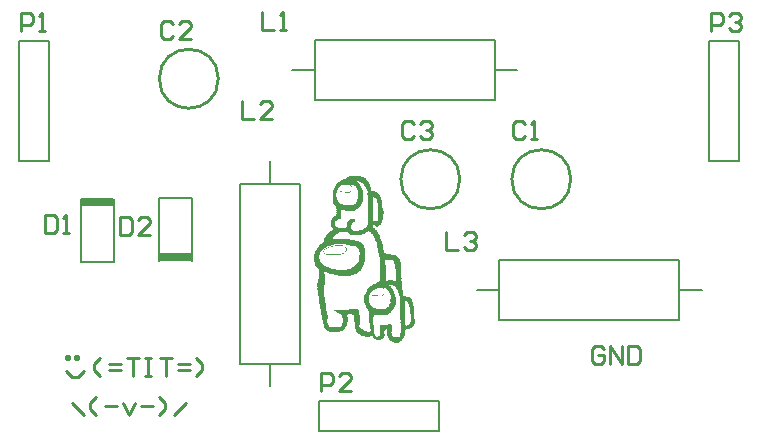
<source format=gto>
G04*
G04 #@! TF.GenerationSoftware,Altium Limited,Altium Designer,22.2.1 (43)*
G04*
G04 Layer_Color=65535*
%FSLAX25Y25*%
%MOIN*%
G70*
G04*
G04 #@! TF.SameCoordinates,ABC598D3-5A79-416D-B659-D6E934405FF7*
G04*
G04*
G04 #@! TF.FilePolarity,Positive*
G04*
G01*
G75*
%ADD10C,0.01000*%
%ADD11C,0.00787*%
%ADD12R,0.11024X0.03150*%
G36*
X117331Y89999D02*
X118760D01*
Y89869D01*
X119409D01*
Y89739D01*
X119669D01*
Y89609D01*
X119928D01*
Y89479D01*
X120318D01*
Y89349D01*
X120448D01*
Y89219D01*
X120578D01*
Y88960D01*
X120707D01*
Y88830D01*
X120837D01*
Y88700D01*
X120967D01*
Y88440D01*
X121097D01*
Y88310D01*
X121227D01*
Y88051D01*
X121357D01*
Y87921D01*
X121487D01*
Y87661D01*
X121616D01*
Y87272D01*
X121746D01*
Y87012D01*
X121876D01*
Y86752D01*
X122006D01*
Y86363D01*
X122136D01*
Y85843D01*
X122266D01*
Y85584D01*
X122396D01*
Y85064D01*
X122655D01*
Y84934D01*
X123434D01*
Y84804D01*
X123954D01*
Y84675D01*
X124084D01*
Y84545D01*
X124343D01*
Y84415D01*
X124473D01*
Y84285D01*
X124603D01*
Y84155D01*
X124733D01*
Y84025D01*
X124863D01*
Y83895D01*
X124993D01*
Y83636D01*
X125122D01*
Y83506D01*
X125252D01*
Y83246D01*
X125382D01*
Y82987D01*
X125512D01*
Y82467D01*
X125642D01*
Y82078D01*
X125772D01*
Y81558D01*
X125901D01*
Y81039D01*
X126031D01*
Y79351D01*
X126161D01*
Y79221D01*
X126291D01*
Y78572D01*
X126421D01*
Y77273D01*
X126291D01*
Y75975D01*
X126161D01*
Y75325D01*
X126031D01*
Y74806D01*
X125901D01*
Y74416D01*
X125772D01*
Y74287D01*
X125642D01*
Y74027D01*
X125512D01*
Y73897D01*
X125382D01*
Y73767D01*
X125252D01*
Y73637D01*
X124993D01*
Y73507D01*
X124863D01*
Y73378D01*
X124603D01*
Y73248D01*
X123954D01*
Y73378D01*
X123694D01*
Y73507D01*
X123564D01*
Y73637D01*
X122915D01*
Y73507D01*
X122785D01*
Y73118D01*
X122915D01*
Y72988D01*
X123045D01*
Y72858D01*
X123175D01*
Y72728D01*
X123304D01*
Y72598D01*
X123434D01*
Y72469D01*
X123564D01*
Y72339D01*
X123694D01*
Y72209D01*
X123954D01*
Y71949D01*
X124084D01*
Y71819D01*
X124213D01*
Y71690D01*
X124343D01*
Y71560D01*
X124473D01*
Y71430D01*
X124603D01*
Y71170D01*
X124733D01*
Y70911D01*
X124863D01*
Y70521D01*
X124993D01*
Y70261D01*
X125122D01*
Y69872D01*
X125252D01*
Y69482D01*
X125382D01*
Y69222D01*
X125512D01*
Y68833D01*
X125642D01*
Y68443D01*
X125772D01*
Y68184D01*
X125901D01*
Y67794D01*
X126031D01*
Y67275D01*
X126161D01*
Y66496D01*
X126291D01*
Y65457D01*
X126421D01*
Y64548D01*
X126551D01*
Y64288D01*
X127070D01*
Y64158D01*
X128239D01*
Y64028D01*
X128888D01*
Y63898D01*
X129408D01*
Y63769D01*
X129927D01*
Y63639D01*
X130446D01*
Y63509D01*
X130706D01*
Y63379D01*
X130836D01*
Y63249D01*
X131096D01*
Y63119D01*
X131225D01*
Y62990D01*
X131355D01*
Y62860D01*
X131485D01*
Y62730D01*
X131615D01*
Y62470D01*
X131745D01*
Y62081D01*
X131875D01*
Y61691D01*
X132004D01*
Y61431D01*
X132134D01*
Y59094D01*
X132264D01*
Y57276D01*
X132394D01*
Y55978D01*
X132524D01*
Y55718D01*
X132394D01*
Y55199D01*
X132524D01*
Y53770D01*
X132654D01*
Y51952D01*
X132784D01*
Y51433D01*
X132913D01*
Y50784D01*
X133043D01*
Y50134D01*
X133173D01*
Y50005D01*
X133952D01*
Y49875D01*
X134342D01*
Y49745D01*
X134991D01*
Y49615D01*
X135251D01*
Y49485D01*
X135381D01*
Y49355D01*
X135510D01*
Y49225D01*
X135640D01*
Y49095D01*
X135770D01*
Y48836D01*
X135900D01*
Y48446D01*
X136030D01*
Y48057D01*
X136160D01*
Y47667D01*
X136290D01*
Y46628D01*
X136419D01*
Y46239D01*
X136549D01*
Y44940D01*
X136679D01*
Y44551D01*
X136549D01*
Y43902D01*
X136679D01*
Y43512D01*
X136549D01*
Y43382D01*
X136679D01*
Y42473D01*
X136809D01*
Y40915D01*
X136679D01*
Y40655D01*
X136549D01*
Y40396D01*
X136419D01*
Y40136D01*
X136290D01*
Y39876D01*
X136030D01*
Y39746D01*
X135900D01*
Y39616D01*
X135770D01*
Y39487D01*
X135510D01*
Y39357D01*
X135381D01*
Y39227D01*
X135121D01*
Y39097D01*
X134861D01*
Y38967D01*
X133952D01*
Y38837D01*
X133563D01*
Y38578D01*
X133433D01*
Y36630D01*
X133303D01*
Y36240D01*
X133173D01*
Y35981D01*
X133043D01*
Y35851D01*
X132913D01*
Y35721D01*
X132784D01*
Y35591D01*
X132654D01*
Y35461D01*
X132524D01*
Y35201D01*
X132264D01*
Y35072D01*
X132134D01*
Y34942D01*
X132004D01*
Y34812D01*
X131875D01*
Y34682D01*
X131485D01*
Y34552D01*
X130057D01*
Y34682D01*
X129408D01*
Y34812D01*
X129148D01*
Y34942D01*
X128888D01*
Y35072D01*
X128758D01*
Y35201D01*
X128628D01*
Y35331D01*
X128369D01*
Y35591D01*
X128239D01*
Y35721D01*
X128109D01*
Y35981D01*
X127979D01*
Y36240D01*
X127849D01*
Y36630D01*
X127719D01*
Y37149D01*
X127590D01*
Y38837D01*
X127460D01*
Y38967D01*
X127070D01*
Y38837D01*
X126940D01*
Y38708D01*
X126810D01*
Y38578D01*
X126681D01*
Y37539D01*
X126810D01*
Y36630D01*
X126681D01*
Y36240D01*
X126551D01*
Y36110D01*
X126421D01*
Y35981D01*
X126291D01*
Y35851D01*
X126031D01*
Y35721D01*
X125772D01*
Y35591D01*
X125512D01*
Y35461D01*
X123954D01*
Y35591D01*
X123694D01*
Y35721D01*
X123564D01*
Y35851D01*
X123304D01*
Y35981D01*
X123175D01*
Y36110D01*
X123045D01*
Y36370D01*
X122915D01*
Y36500D01*
X122785D01*
Y36630D01*
X122006D01*
Y36500D01*
X120318D01*
Y36630D01*
X119928D01*
Y36760D01*
X119409D01*
Y36890D01*
X119019D01*
Y37019D01*
X118760D01*
Y37149D01*
X118500D01*
Y37279D01*
X118370D01*
Y37409D01*
X118110D01*
Y37539D01*
X117981D01*
Y37669D01*
X117851D01*
Y37799D01*
X117721D01*
Y37928D01*
X117591D01*
Y38058D01*
X117461D01*
Y38188D01*
X117331D01*
Y38448D01*
X117201D01*
Y38708D01*
X117072D01*
Y38967D01*
X116942D01*
Y39357D01*
X116812D01*
Y41304D01*
X116682D01*
Y41954D01*
X116552D01*
Y43772D01*
X116422D01*
Y43902D01*
X116033D01*
Y44031D01*
X114475D01*
Y43902D01*
X114345D01*
Y43122D01*
X114475D01*
Y41564D01*
X114345D01*
Y40785D01*
X114215D01*
Y40525D01*
X114085D01*
Y40136D01*
X113955D01*
Y39876D01*
X113825D01*
Y39616D01*
X113696D01*
Y39357D01*
X113566D01*
Y39227D01*
X113436D01*
Y39097D01*
X113306D01*
Y38837D01*
X113046D01*
Y38708D01*
X112916D01*
Y38578D01*
X112787D01*
Y38448D01*
X112397D01*
Y38318D01*
X111748D01*
Y38188D01*
X110190D01*
Y38058D01*
X109800D01*
Y38188D01*
X108372D01*
Y38318D01*
X108112D01*
Y38448D01*
X107852D01*
Y38578D01*
X107592D01*
Y38708D01*
X107463D01*
Y38837D01*
X107333D01*
Y38967D01*
X107073D01*
Y39227D01*
X106943D01*
Y39357D01*
X106813D01*
Y39487D01*
X106684D01*
Y39876D01*
X106554D01*
Y40266D01*
X106424D01*
Y40655D01*
X106294D01*
Y41304D01*
X106164D01*
Y42084D01*
X106034D01*
Y42863D01*
X105904D01*
Y43382D01*
X105775D01*
Y43902D01*
X105645D01*
Y44810D01*
X105515D01*
Y45590D01*
X105385D01*
Y45979D01*
X105255D01*
Y46758D01*
X105125D01*
Y47537D01*
X104996D01*
Y48576D01*
X104866D01*
Y49355D01*
X104736D01*
Y50005D01*
X104606D01*
Y51173D01*
X104476D01*
Y51692D01*
X104346D01*
Y51822D01*
X104476D01*
Y52082D01*
X104346D01*
Y52601D01*
X104476D01*
Y53121D01*
X104346D01*
Y54290D01*
X104476D01*
Y54939D01*
X104606D01*
Y55718D01*
X104736D01*
Y56237D01*
X104866D01*
Y56887D01*
X104736D01*
Y59094D01*
X104606D01*
Y59224D01*
X104476D01*
Y59354D01*
X104346D01*
Y59484D01*
X104087D01*
Y59613D01*
X103957D01*
Y59873D01*
X103827D01*
Y60003D01*
X103697D01*
Y60263D01*
X103567D01*
Y60782D01*
X103437D01*
Y61301D01*
X103307D01*
Y61821D01*
X103178D01*
Y63509D01*
X103307D01*
Y64028D01*
X103437D01*
Y64288D01*
X103567D01*
Y64678D01*
X103697D01*
Y64937D01*
X103827D01*
Y65197D01*
X103957D01*
Y65457D01*
X104087D01*
Y65846D01*
X104216D01*
Y65976D01*
X104346D01*
Y66106D01*
X104476D01*
Y66366D01*
X104606D01*
Y66496D01*
X104736D01*
Y66625D01*
X104866D01*
Y66885D01*
X104996D01*
Y67015D01*
X105125D01*
Y67145D01*
X105255D01*
Y67275D01*
X105515D01*
Y67405D01*
X105645D01*
Y67534D01*
X105904D01*
Y67664D01*
X106034D01*
Y67794D01*
X106164D01*
Y67924D01*
X106294D01*
Y68054D01*
X106424D01*
Y68184D01*
X106554D01*
Y68573D01*
X106684D01*
Y69352D01*
X106813D01*
Y69742D01*
X106943D01*
Y69872D01*
X107073D01*
Y70002D01*
X107203D01*
Y70261D01*
X107333D01*
Y70391D01*
X107463D01*
Y70521D01*
X107592D01*
Y70651D01*
X107722D01*
Y70781D01*
X107852D01*
Y70911D01*
X107982D01*
Y71040D01*
X108112D01*
Y71300D01*
X108242D01*
Y71430D01*
X108372D01*
Y71560D01*
X108631D01*
Y71690D01*
X109021D01*
Y71819D01*
X109151D01*
Y71949D01*
X109281D01*
Y72079D01*
X109410D01*
Y72209D01*
X109540D01*
Y72469D01*
X109410D01*
Y72598D01*
X109281D01*
Y72728D01*
X109151D01*
Y72988D01*
X109021D01*
Y73507D01*
X108891D01*
Y74287D01*
X109021D01*
Y75325D01*
X109151D01*
Y75845D01*
X109281D01*
Y76104D01*
X109410D01*
Y76234D01*
X109540D01*
Y76364D01*
X109670D01*
Y76494D01*
X109800D01*
Y76624D01*
X109930D01*
Y76754D01*
X110190D01*
Y76884D01*
X110579D01*
Y77013D01*
X110709D01*
Y77533D01*
X110839D01*
Y77663D01*
X110709D01*
Y78182D01*
X110839D01*
Y78312D01*
X110709D01*
Y78702D01*
X110839D01*
Y78961D01*
X110709D01*
Y79611D01*
X110579D01*
Y79870D01*
X110449D01*
Y80130D01*
X110319D01*
Y80260D01*
X110190D01*
Y80390D01*
X110060D01*
Y80519D01*
X109930D01*
Y80779D01*
X109800D01*
Y80909D01*
X109670D01*
Y81169D01*
X109540D01*
Y81558D01*
X109410D01*
Y84285D01*
X109540D01*
Y84934D01*
X109670D01*
Y85324D01*
X109800D01*
Y85713D01*
X109930D01*
Y85973D01*
X110060D01*
Y86233D01*
X110190D01*
Y86622D01*
X110319D01*
Y86882D01*
X110449D01*
Y87142D01*
X110579D01*
Y87272D01*
X110709D01*
Y87401D01*
X110839D01*
Y87531D01*
X110969D01*
Y87661D01*
X111099D01*
Y87791D01*
X111228D01*
Y87921D01*
X111358D01*
Y88051D01*
X111488D01*
Y88181D01*
X111748D01*
Y88310D01*
X111878D01*
Y88440D01*
X112137D01*
Y88570D01*
X112267D01*
Y88700D01*
X112527D01*
Y88830D01*
X112787D01*
Y88960D01*
X113176D01*
Y89090D01*
X113566D01*
Y89219D01*
X113825D01*
Y89349D01*
X113955D01*
Y89479D01*
X114085D01*
Y89609D01*
X114215D01*
Y89739D01*
X114475D01*
Y89869D01*
X114864D01*
Y89999D01*
X115903D01*
Y90128D01*
X117331D01*
Y89999D01*
D02*
G37*
%LPC*%
G36*
X116293Y87142D02*
X115513D01*
Y87012D01*
X115643D01*
Y86882D01*
X115773D01*
Y86622D01*
X115903D01*
Y86233D01*
X116033D01*
Y85454D01*
X115903D01*
Y85194D01*
X115773D01*
Y85584D01*
X115903D01*
Y85713D01*
X115773D01*
Y85843D01*
X115903D01*
Y86103D01*
X115773D01*
Y86493D01*
X115643D01*
Y86752D01*
X115513D01*
Y86882D01*
X115384D01*
Y87012D01*
X115254D01*
Y87142D01*
X112657D01*
Y87012D01*
X112267D01*
Y86882D01*
X112007D01*
Y86752D01*
X111878D01*
Y86622D01*
X111748D01*
Y86493D01*
X111618D01*
Y85194D01*
X111748D01*
Y85064D01*
X111878D01*
Y84934D01*
X112527D01*
Y84804D01*
X113566D01*
Y84675D01*
X115254D01*
Y84804D01*
X115384D01*
Y84934D01*
X115513D01*
Y85064D01*
X115643D01*
Y85194D01*
X115773D01*
Y84934D01*
X115643D01*
Y84804D01*
X115513D01*
Y84675D01*
X115384D01*
Y84545D01*
X113436D01*
Y84675D01*
X112397D01*
Y84804D01*
X111748D01*
Y84934D01*
X111618D01*
Y85064D01*
X111488D01*
Y86103D01*
X111358D01*
Y85973D01*
X111228D01*
Y85584D01*
X111099D01*
Y85454D01*
X110969D01*
Y85064D01*
X110839D01*
Y84285D01*
X110709D01*
Y82987D01*
X110839D01*
Y82208D01*
X110969D01*
Y81948D01*
X111099D01*
Y81818D01*
X111228D01*
Y81688D01*
X111358D01*
Y81428D01*
X111488D01*
Y81299D01*
X111618D01*
Y81169D01*
X111748D01*
Y81039D01*
X112007D01*
Y80909D01*
X112137D01*
Y80779D01*
X112397D01*
Y80649D01*
X113046D01*
Y80519D01*
X113176D01*
Y80390D01*
X113696D01*
Y80260D01*
X116163D01*
Y80390D01*
X116293D01*
Y80519D01*
X116422D01*
Y80649D01*
X116682D01*
Y80779D01*
X116812D01*
Y80909D01*
X117072D01*
Y81039D01*
X117201D01*
Y81169D01*
X117331D01*
Y81299D01*
X117461D01*
Y81428D01*
X117591D01*
Y81948D01*
X117721D01*
Y82337D01*
X117851D01*
Y85324D01*
X117721D01*
Y85584D01*
X117591D01*
Y85713D01*
X117461D01*
Y85973D01*
X117331D01*
Y86233D01*
X117201D01*
Y86363D01*
X117072D01*
Y86622D01*
X116942D01*
Y86752D01*
X116682D01*
Y86882D01*
X116552D01*
Y87012D01*
X116293D01*
Y87142D01*
D02*
G37*
G36*
X117851Y88440D02*
X117591D01*
Y88310D01*
X117721D01*
Y88051D01*
X117851D01*
Y87921D01*
X117981D01*
Y87791D01*
X118110D01*
Y87661D01*
X118240D01*
Y87401D01*
X118370D01*
Y87272D01*
X118500D01*
Y87142D01*
X118630D01*
Y86882D01*
X118760D01*
Y86752D01*
X118890D01*
Y86493D01*
X119019D01*
Y86233D01*
X119149D01*
Y85973D01*
X119279D01*
Y85584D01*
X119409D01*
Y85194D01*
X119539D01*
Y84545D01*
X119669D01*
Y82337D01*
X119539D01*
Y81818D01*
X119409D01*
Y81428D01*
X119279D01*
Y81169D01*
X119149D01*
Y80779D01*
X119019D01*
Y80519D01*
X118890D01*
Y80260D01*
X118760D01*
Y80130D01*
X118630D01*
Y80000D01*
X118500D01*
Y79740D01*
X118370D01*
Y79611D01*
X118240D01*
Y79481D01*
X118110D01*
Y79351D01*
X117981D01*
Y79221D01*
X117851D01*
Y79091D01*
X117591D01*
Y78961D01*
X117331D01*
Y78831D01*
X117201D01*
Y78702D01*
X116942D01*
Y78572D01*
X116552D01*
Y78442D01*
X114734D01*
Y78572D01*
X113436D01*
Y78702D01*
X112267D01*
Y78572D01*
X112137D01*
Y76494D01*
X112267D01*
Y76364D01*
X112137D01*
Y75845D01*
X111878D01*
Y75715D01*
X111618D01*
Y75585D01*
X111358D01*
Y75455D01*
X111099D01*
Y75325D01*
X110839D01*
Y75195D01*
X110579D01*
Y75066D01*
X110449D01*
Y74936D01*
X110319D01*
Y74546D01*
X110449D01*
Y74416D01*
X110319D01*
Y73507D01*
X110449D01*
Y73248D01*
X110579D01*
Y73118D01*
X110709D01*
Y72988D01*
X111099D01*
Y72858D01*
X112527D01*
Y72728D01*
X113436D01*
Y72858D01*
X113825D01*
Y72988D01*
X113955D01*
Y73118D01*
X114085D01*
Y73637D01*
X114215D01*
Y74676D01*
X114345D01*
Y74806D01*
X114475D01*
Y75066D01*
X114604D01*
Y75195D01*
X114864D01*
Y75325D01*
X115124D01*
Y75455D01*
X115384D01*
Y75715D01*
X116682D01*
Y75585D01*
X116812D01*
Y75325D01*
X116942D01*
Y75066D01*
X116812D01*
Y74806D01*
X116552D01*
Y74676D01*
X116293D01*
Y74546D01*
X116163D01*
Y74416D01*
X116033D01*
Y74157D01*
X115903D01*
Y74027D01*
X115773D01*
Y73767D01*
X115643D01*
Y73248D01*
X115513D01*
Y72988D01*
X115643D01*
Y72339D01*
X115773D01*
Y72209D01*
X115903D01*
Y72079D01*
X116033D01*
Y71949D01*
X116163D01*
Y71819D01*
X116422D01*
Y71690D01*
X117591D01*
Y71819D01*
X118240D01*
Y71949D01*
X118760D01*
Y72079D01*
X119149D01*
Y72209D01*
X119409D01*
Y72339D01*
X119799D01*
Y72469D01*
X120058D01*
Y72598D01*
X120318D01*
Y72728D01*
X120448D01*
Y72858D01*
X120578D01*
Y72988D01*
X120707D01*
Y73118D01*
X120837D01*
Y73378D01*
X120967D01*
Y73637D01*
X121097D01*
Y74287D01*
X121227D01*
Y76364D01*
X121357D01*
Y77922D01*
X121227D01*
Y78572D01*
X121097D01*
Y79870D01*
X121227D01*
Y80000D01*
X121097D01*
Y83636D01*
X120967D01*
Y84285D01*
X121097D01*
Y84415D01*
X120967D01*
Y84545D01*
X121097D01*
Y84675D01*
X120967D01*
Y84804D01*
X121097D01*
Y85064D01*
X120967D01*
Y85454D01*
X120837D01*
Y85713D01*
X120707D01*
Y85973D01*
X120578D01*
Y86103D01*
X120448D01*
Y86363D01*
X120318D01*
Y86622D01*
X120188D01*
Y86752D01*
X120058D01*
Y86882D01*
X119928D01*
Y87142D01*
X119799D01*
Y87272D01*
X119669D01*
Y87401D01*
X119539D01*
Y87531D01*
X119409D01*
Y87661D01*
X119279D01*
Y87791D01*
X119019D01*
Y87921D01*
X118890D01*
Y88051D01*
X118630D01*
Y88181D01*
X118240D01*
Y88310D01*
X117851D01*
Y88440D01*
D02*
G37*
G36*
X123304Y82987D02*
X123045D01*
Y82857D01*
X122785D01*
Y81948D01*
X122915D01*
Y80260D01*
X123045D01*
Y75195D01*
X123175D01*
Y74936D01*
X124473D01*
Y75066D01*
Y75195D01*
Y75455D01*
X124603D01*
Y75975D01*
X124733D01*
Y79481D01*
X124603D01*
Y80649D01*
X124473D01*
Y81169D01*
X124343D01*
Y81558D01*
X124213D01*
Y82078D01*
X124084D01*
Y82337D01*
X123954D01*
Y82597D01*
X123824D01*
Y82727D01*
X123694D01*
Y82857D01*
X123304D01*
Y82987D01*
D02*
G37*
G36*
X121616Y71690D02*
X121227D01*
Y71560D01*
X120967D01*
Y71430D01*
X120837D01*
Y71300D01*
X120707D01*
Y71170D01*
X120448D01*
Y71040D01*
X120318D01*
Y70911D01*
X120058D01*
Y70781D01*
X119799D01*
Y70651D01*
X119279D01*
Y70521D01*
X119149D01*
Y70391D01*
X117981D01*
Y70261D01*
X115773D01*
Y70391D01*
X115384D01*
Y70521D01*
X115124D01*
Y70651D01*
X114994D01*
Y70781D01*
X114734D01*
Y71040D01*
X114604D01*
Y71170D01*
X114475D01*
Y71430D01*
X114215D01*
Y71560D01*
X112267D01*
Y71430D01*
X111878D01*
Y71300D01*
X111618D01*
Y71170D01*
X111358D01*
Y71040D01*
X111099D01*
Y70911D01*
X110969D01*
Y70781D01*
X110839D01*
Y70651D01*
X110709D01*
Y70521D01*
X110579D01*
Y70391D01*
X110449D01*
Y70261D01*
X110319D01*
Y70131D01*
X110190D01*
Y70002D01*
X110060D01*
Y69872D01*
X109930D01*
Y69742D01*
X109800D01*
Y69612D01*
X109670D01*
Y69482D01*
X109540D01*
Y69352D01*
X109410D01*
Y69093D01*
X110319D01*
Y68963D01*
X111358D01*
Y69093D01*
X114475D01*
Y68963D01*
X115384D01*
Y68833D01*
X116033D01*
Y68703D01*
X116942D01*
Y68573D01*
X117331D01*
Y68443D01*
X118110D01*
Y68313D01*
X118370D01*
Y68184D01*
X118630D01*
Y68054D01*
X118890D01*
Y67924D01*
X119019D01*
Y67794D01*
X119279D01*
Y67534D01*
X119409D01*
Y67405D01*
X119539D01*
Y67275D01*
X119669D01*
Y67145D01*
X119799D01*
Y66885D01*
X119928D01*
Y66755D01*
X120058D01*
Y66236D01*
X120188D01*
Y65457D01*
X120318D01*
Y62600D01*
X120188D01*
Y61561D01*
X120058D01*
Y61172D01*
X119928D01*
Y60912D01*
X119799D01*
Y60522D01*
X119669D01*
Y60133D01*
X119539D01*
Y59743D01*
X119409D01*
Y59613D01*
X119279D01*
Y59354D01*
X119149D01*
Y59094D01*
X119019D01*
Y58834D01*
X118890D01*
Y58705D01*
X118760D01*
Y58575D01*
X118630D01*
Y58445D01*
X118500D01*
Y58315D01*
X118370D01*
Y58185D01*
X118240D01*
Y58055D01*
X117981D01*
Y57925D01*
X117851D01*
Y57796D01*
X117591D01*
Y57666D01*
X117461D01*
Y57536D01*
X117201D01*
Y57406D01*
X116812D01*
Y57276D01*
X116552D01*
Y57146D01*
X116163D01*
Y57016D01*
X115643D01*
Y56887D01*
X115254D01*
Y56757D01*
X111878D01*
Y56887D01*
X111358D01*
Y57016D01*
X110579D01*
Y57146D01*
X109800D01*
Y57276D01*
X109281D01*
Y57406D01*
X108631D01*
Y57536D01*
X108112D01*
Y57666D01*
X107722D01*
Y57796D01*
X107463D01*
Y57925D01*
X106943D01*
Y58055D01*
X106684D01*
Y57406D01*
X106813D01*
Y53640D01*
X106684D01*
Y52601D01*
X106554D01*
Y50654D01*
X106684D01*
Y49615D01*
X106813D01*
Y49225D01*
X106684D01*
Y49095D01*
X106813D01*
Y48836D01*
X106943D01*
Y47667D01*
X107073D01*
Y46628D01*
X107203D01*
Y45849D01*
X107333D01*
Y45200D01*
X107463D01*
Y44681D01*
X107592D01*
Y44421D01*
X107722D01*
Y43772D01*
X107852D01*
Y42343D01*
X107722D01*
Y41175D01*
X107852D01*
Y40525D01*
X107982D01*
Y40266D01*
X108112D01*
Y40006D01*
X108372D01*
Y39876D01*
X108502D01*
Y39746D01*
X109410D01*
Y39616D01*
X111358D01*
Y39746D01*
X111488D01*
Y39616D01*
X111878D01*
Y39746D01*
X112267D01*
Y39876D01*
X112397D01*
Y40136D01*
X112527D01*
Y40785D01*
X112657D01*
Y41175D01*
X112787D01*
Y41434D01*
X112916D01*
Y42084D01*
X112787D01*
Y42603D01*
X112657D01*
Y43122D01*
X112527D01*
Y43252D01*
X112657D01*
Y43382D01*
X112527D01*
Y43902D01*
X112267D01*
Y44031D01*
X111878D01*
Y44161D01*
X111618D01*
Y44291D01*
X111358D01*
Y44421D01*
X111228D01*
Y44551D01*
X110969D01*
Y44681D01*
X110709D01*
Y44940D01*
X110319D01*
Y45070D01*
X110190D01*
Y45200D01*
X110060D01*
Y45330D01*
X109930D01*
Y45460D01*
X114994D01*
Y45590D01*
X115903D01*
Y45719D01*
X116293D01*
Y45849D01*
X117331D01*
Y45719D01*
X117721D01*
Y45590D01*
X117981D01*
Y45460D01*
X118110D01*
Y45330D01*
X118240D01*
Y45070D01*
X118370D01*
Y43772D01*
X118500D01*
Y40396D01*
X118370D01*
Y39876D01*
X118500D01*
Y39616D01*
X118630D01*
Y39487D01*
X118760D01*
Y39357D01*
X118890D01*
Y39227D01*
X119019D01*
Y39097D01*
X119149D01*
Y38967D01*
X119409D01*
Y38837D01*
X119669D01*
Y38708D01*
X119799D01*
Y38578D01*
X120058D01*
Y38448D01*
X120578D01*
Y38318D01*
X120837D01*
Y38188D01*
X122006D01*
Y38318D01*
X122136D01*
Y38967D01*
X122006D01*
Y40006D01*
X121876D01*
Y40655D01*
X121746D01*
Y41045D01*
X121616D01*
Y45070D01*
X121487D01*
Y45200D01*
X121357D01*
Y45330D01*
X121227D01*
Y45460D01*
X121097D01*
Y45590D01*
X120967D01*
Y45849D01*
X120837D01*
Y46239D01*
X120707D01*
Y46499D01*
X120578D01*
Y46628D01*
X120448D01*
Y47148D01*
X120318D01*
Y47407D01*
X120188D01*
Y47667D01*
X120058D01*
Y50264D01*
X120188D01*
Y50524D01*
X120318D01*
Y50913D01*
X120448D01*
Y51303D01*
X120578D01*
Y51433D01*
X120707D01*
Y51563D01*
X120837D01*
Y52082D01*
X120967D01*
Y52342D01*
X121097D01*
Y52472D01*
X121227D01*
Y52731D01*
X121357D01*
Y52861D01*
X121616D01*
Y53121D01*
X121746D01*
Y53251D01*
X122136D01*
Y53381D01*
X122266D01*
Y53510D01*
X122525D01*
Y53640D01*
X122785D01*
Y53900D01*
X122915D01*
Y54030D01*
X123694D01*
Y54160D01*
X123824D01*
Y54290D01*
X123954D01*
Y54419D01*
X124213D01*
Y54549D01*
X124343D01*
Y54679D01*
X124603D01*
Y54809D01*
X124993D01*
Y54939D01*
X125122D01*
Y55458D01*
X125252D01*
Y55588D01*
X125122D01*
Y55718D01*
X125252D01*
Y56887D01*
X125122D01*
Y57016D01*
X125252D01*
Y58185D01*
X125122D01*
Y58315D01*
X125252D01*
Y58445D01*
X125122D01*
Y63249D01*
X124993D01*
Y63898D01*
X124863D01*
Y64288D01*
X124733D01*
Y64678D01*
X124603D01*
Y65716D01*
X124473D01*
Y66106D01*
X124343D01*
Y66755D01*
X124213D01*
Y67664D01*
X124084D01*
Y68054D01*
X123954D01*
Y68313D01*
X123824D01*
Y68573D01*
X123694D01*
Y68833D01*
X123564D01*
Y69093D01*
X123434D01*
Y69352D01*
X123304D01*
Y69742D01*
X123175D01*
Y70131D01*
X123045D01*
Y70391D01*
X122915D01*
Y70521D01*
X122785D01*
Y70781D01*
X122525D01*
Y70911D01*
X122396D01*
Y71040D01*
X122266D01*
Y71170D01*
X122136D01*
Y71300D01*
X121876D01*
Y71430D01*
X121746D01*
Y71560D01*
X121616D01*
Y71690D01*
D02*
G37*
G36*
X113436Y67405D02*
X110190D01*
Y67275D01*
X109930D01*
Y67145D01*
X109410D01*
Y67015D01*
X109021D01*
Y66885D01*
X108372D01*
Y66755D01*
X107982D01*
Y66625D01*
X107722D01*
Y66496D01*
X107463D01*
Y66366D01*
X107203D01*
Y66236D01*
X106943D01*
Y66106D01*
X106813D01*
Y65976D01*
X106554D01*
Y65846D01*
X106424D01*
Y65716D01*
X106294D01*
Y65587D01*
X106164D01*
Y65457D01*
X106034D01*
Y65327D01*
X105904D01*
Y65197D01*
X105775D01*
Y65067D01*
X105645D01*
Y64807D01*
X105515D01*
Y64678D01*
X105385D01*
Y64548D01*
X105255D01*
Y64158D01*
X105125D01*
Y63898D01*
X104996D01*
Y62340D01*
X105125D01*
Y61821D01*
X105255D01*
Y61561D01*
X105385D01*
Y61431D01*
X105515D01*
Y61172D01*
X105645D01*
Y61042D01*
X105775D01*
Y60912D01*
X106034D01*
Y60652D01*
X106294D01*
Y60522D01*
X106424D01*
Y60263D01*
X106684D01*
Y60133D01*
X106943D01*
Y60003D01*
X107203D01*
Y59873D01*
X107592D01*
Y59743D01*
X107852D01*
Y59613D01*
X108112D01*
Y59484D01*
X108631D01*
Y59354D01*
X109021D01*
Y59224D01*
X109540D01*
Y59094D01*
X109930D01*
Y58964D01*
X110579D01*
Y58834D01*
X111228D01*
Y58705D01*
X113436D01*
Y58834D01*
X114215D01*
Y58964D01*
X114734D01*
Y59094D01*
X115254D01*
Y59224D01*
X115513D01*
Y59354D01*
X115773D01*
Y59484D01*
X116033D01*
Y59613D01*
X116163D01*
Y59743D01*
X116293D01*
Y59873D01*
X116552D01*
Y60003D01*
X116682D01*
Y60133D01*
X116812D01*
Y60263D01*
X117072D01*
Y60392D01*
X117201D01*
Y60522D01*
X117331D01*
Y60652D01*
X117461D01*
Y60782D01*
X117591D01*
Y60912D01*
X117721D01*
Y61042D01*
X117851D01*
Y61172D01*
X117981D01*
Y61431D01*
X118110D01*
Y61821D01*
X118240D01*
Y62470D01*
Y62600D01*
Y62860D01*
X118370D01*
Y63898D01*
X118500D01*
Y64678D01*
X118370D01*
Y65197D01*
X118240D01*
Y65457D01*
X118110D01*
Y65716D01*
X117981D01*
Y65976D01*
X117851D01*
Y66106D01*
X117721D01*
Y66236D01*
X117591D01*
Y66366D01*
X117461D01*
Y66496D01*
X117331D01*
Y66625D01*
X116942D01*
Y66755D01*
X116163D01*
Y66885D01*
X115384D01*
Y67015D01*
X114734D01*
Y67145D01*
X113955D01*
Y67275D01*
X113436D01*
Y67405D01*
D02*
G37*
G36*
X127330Y62340D02*
X127070D01*
Y62211D01*
X126940D01*
Y60263D01*
X127070D01*
Y57925D01*
X127200D01*
Y56887D01*
Y56757D01*
Y55328D01*
X127330D01*
Y55199D01*
X127849D01*
Y55328D01*
X127979D01*
Y55458D01*
X128239D01*
Y55328D01*
X128369D01*
Y55458D01*
X128498D01*
Y55328D01*
X129537D01*
Y55199D01*
X130316D01*
Y55069D01*
X130576D01*
Y55199D01*
X130706D01*
Y55588D01*
X130576D01*
Y55848D01*
X130706D01*
Y55978D01*
X130576D01*
Y58185D01*
X130446D01*
Y59224D01*
X130316D01*
Y59873D01*
X130187D01*
Y60782D01*
X130057D01*
Y61431D01*
X129927D01*
Y61691D01*
X129667D01*
Y61821D01*
X129537D01*
Y62081D01*
X129148D01*
Y62211D01*
X127330D01*
Y62340D01*
D02*
G37*
G36*
X127070Y52601D02*
X126421D01*
Y52472D01*
X126551D01*
Y52212D01*
X126681D01*
Y51822D01*
X126810D01*
Y51692D01*
X126681D01*
Y50913D01*
X126551D01*
Y50784D01*
X126421D01*
Y51043D01*
X126551D01*
Y52082D01*
X126421D01*
Y52342D01*
X126291D01*
Y52472D01*
X126161D01*
Y52601D01*
X124084D01*
Y52472D01*
X123694D01*
Y52342D01*
X123434D01*
Y52212D01*
X123175D01*
Y52082D01*
X123045D01*
Y51952D01*
X122785D01*
Y51822D01*
X122655D01*
Y51692D01*
X122525D01*
Y51563D01*
X122396D01*
Y51433D01*
X122266D01*
Y50784D01*
X122396D01*
Y50524D01*
X122525D01*
Y50394D01*
X122655D01*
Y50264D01*
X124084D01*
Y50134D01*
X124213D01*
Y50264D01*
X124733D01*
Y50134D01*
X125772D01*
Y50264D01*
X126031D01*
Y50524D01*
X126161D01*
Y50654D01*
X126291D01*
Y50784D01*
X126421D01*
Y50524D01*
X126291D01*
Y50394D01*
X126161D01*
Y50134D01*
X125901D01*
Y50005D01*
X123304D01*
Y50134D01*
X122525D01*
Y50264D01*
X122396D01*
Y50394D01*
X122266D01*
Y50654D01*
X122136D01*
Y51043D01*
X122006D01*
Y51303D01*
X121876D01*
Y50524D01*
X121746D01*
Y50264D01*
X121616D01*
Y49615D01*
X121487D01*
Y48187D01*
X121616D01*
Y47797D01*
X121746D01*
Y47667D01*
X121876D01*
Y47278D01*
X122006D01*
Y47018D01*
X122136D01*
Y46888D01*
X122266D01*
Y46758D01*
X122396D01*
Y46628D01*
X122525D01*
Y46499D01*
X122785D01*
Y46369D01*
X123045D01*
Y46239D01*
X123175D01*
Y46109D01*
X123694D01*
Y45979D01*
X123954D01*
Y45849D01*
X124343D01*
Y45719D01*
X126810D01*
Y45849D01*
X127200D01*
Y45979D01*
X127460D01*
Y46109D01*
X127590D01*
Y46239D01*
X127719D01*
Y46369D01*
X127849D01*
Y46499D01*
X128239D01*
Y46628D01*
X128369D01*
Y47537D01*
X128498D01*
Y47667D01*
X128628D01*
Y47797D01*
X128758D01*
Y48057D01*
X128628D01*
Y48446D01*
X128758D01*
Y48576D01*
X128628D01*
Y48706D01*
X128758D01*
Y48836D01*
X128628D01*
Y49225D01*
X128758D01*
Y50524D01*
X128628D01*
Y50654D01*
X128498D01*
Y51173D01*
X128369D01*
Y51303D01*
X128239D01*
Y51433D01*
X128109D01*
Y51692D01*
X127979D01*
Y51952D01*
X127849D01*
Y52082D01*
X127719D01*
Y52212D01*
X127460D01*
Y52342D01*
X127330D01*
Y52472D01*
X127070D01*
Y52601D01*
D02*
G37*
G36*
X128758Y53900D02*
X128628D01*
Y53770D01*
X128369D01*
Y53381D01*
X128498D01*
Y53251D01*
X128758D01*
Y53121D01*
X128888D01*
Y52991D01*
X129018D01*
Y52861D01*
X129148D01*
Y52601D01*
X129278D01*
Y52472D01*
X129408D01*
Y52212D01*
X129537D01*
Y51952D01*
X129667D01*
Y51692D01*
X129797D01*
Y51433D01*
X129927D01*
Y51173D01*
X130057D01*
Y50784D01*
X130187D01*
Y50524D01*
X130316D01*
Y49875D01*
X130446D01*
Y49355D01*
X130576D01*
Y47537D01*
X130446D01*
Y47148D01*
X130316D01*
Y46628D01*
X130187D01*
Y46369D01*
X130057D01*
Y46109D01*
X129927D01*
Y45849D01*
X129797D01*
Y45719D01*
X129667D01*
Y45590D01*
X129537D01*
Y45330D01*
X129278D01*
Y45200D01*
X129148D01*
Y44940D01*
X128888D01*
Y44810D01*
X128758D01*
Y44551D01*
X128498D01*
Y44421D01*
X128369D01*
Y44291D01*
X128239D01*
Y44161D01*
X128109D01*
Y44031D01*
X127849D01*
Y43902D01*
X127590D01*
Y43772D01*
X127070D01*
Y43642D01*
X124603D01*
Y43772D01*
X123175D01*
Y43122D01*
X123045D01*
Y40525D01*
X123175D01*
Y39357D01*
X123304D01*
Y37409D01*
X123434D01*
Y36890D01*
X123564D01*
Y36760D01*
X123694D01*
Y36630D01*
X123954D01*
Y36500D01*
X124733D01*
Y36630D01*
X124863D01*
Y36760D01*
X124993D01*
Y36890D01*
X125122D01*
Y37019D01*
X125252D01*
Y37279D01*
X125382D01*
Y37409D01*
X125252D01*
Y37539D01*
X125382D01*
Y39487D01*
X125252D01*
Y40136D01*
X125382D01*
Y40396D01*
X125512D01*
Y40525D01*
X125642D01*
Y40396D01*
X127590D01*
Y40525D01*
X127979D01*
Y40655D01*
X128888D01*
Y40525D01*
X129148D01*
Y37928D01*
X129018D01*
Y37669D01*
X129148D01*
Y36890D01*
X129408D01*
Y36760D01*
X129537D01*
Y36630D01*
X129667D01*
Y36500D01*
X130057D01*
Y36370D01*
X131355D01*
Y36500D01*
X131745D01*
Y36630D01*
X131875D01*
Y36890D01*
X132004D01*
Y37669D01*
X132134D01*
Y41175D01*
X132004D01*
Y41304D01*
X132134D01*
Y42084D01*
X132004D01*
Y44810D01*
X131875D01*
Y46758D01*
X132004D01*
Y47407D01*
X131875D01*
Y49225D01*
X131745D01*
Y50134D01*
X131615D01*
Y50654D01*
X131485D01*
Y51043D01*
X131355D01*
Y51433D01*
X131225D01*
Y51692D01*
X131096D01*
Y52082D01*
X130966D01*
Y52212D01*
X130836D01*
Y52472D01*
X130706D01*
Y52731D01*
X130576D01*
Y52861D01*
X130446D01*
Y52991D01*
X130316D01*
Y53121D01*
X130187D01*
Y53251D01*
X129927D01*
Y53381D01*
X129797D01*
Y53510D01*
X129537D01*
Y53640D01*
X129278D01*
Y53770D01*
X128758D01*
Y53900D01*
D02*
G37*
G36*
X134082Y48576D02*
X133433D01*
Y45590D01*
X133563D01*
Y42603D01*
X133693D01*
Y40396D01*
X133822D01*
Y40266D01*
X133952D01*
Y40136D01*
X134212D01*
Y40266D01*
X134601D01*
Y40396D01*
X134861D01*
Y40525D01*
X134991D01*
Y40655D01*
X135121D01*
Y40785D01*
X135251D01*
Y41045D01*
X135381D01*
Y41434D01*
X135510D01*
Y44161D01*
X135381D01*
Y45200D01*
X135251D01*
Y46109D01*
X135121D01*
Y46499D01*
X134991D01*
Y47148D01*
X134861D01*
Y47278D01*
Y47407D01*
X134731D01*
Y47667D01*
X134601D01*
Y47927D01*
X134472D01*
Y48057D01*
X134342D01*
Y48316D01*
X134212D01*
Y48446D01*
X134082D01*
Y48576D01*
D02*
G37*
%LPD*%
G36*
X112527Y67015D02*
X113046D01*
Y66885D01*
X113306D01*
Y66755D01*
X113436D01*
Y66625D01*
X113566D01*
Y66496D01*
X113696D01*
Y66366D01*
X113825D01*
Y66236D01*
X113955D01*
Y66106D01*
X114085D01*
Y65067D01*
X113955D01*
Y64807D01*
X113825D01*
Y64678D01*
X113696D01*
Y64548D01*
X113566D01*
Y64418D01*
X113306D01*
Y64548D01*
X113436D01*
Y64678D01*
X113566D01*
Y64807D01*
X113696D01*
Y64937D01*
X113825D01*
Y65197D01*
X113955D01*
Y65976D01*
X113825D01*
Y66236D01*
X113566D01*
Y66366D01*
X113436D01*
Y66496D01*
Y66625D01*
X113176D01*
Y66755D01*
X112916D01*
Y66885D01*
X110319D01*
Y66755D01*
X109800D01*
Y66625D01*
X109410D01*
Y66496D01*
X108891D01*
Y66625D01*
X109281D01*
Y66755D01*
X109670D01*
Y66885D01*
X110190D01*
Y67015D01*
X110839D01*
Y67145D01*
X110969D01*
Y67015D01*
X111099D01*
Y67145D01*
X111228D01*
Y67015D01*
X111488D01*
Y67145D01*
X111748D01*
Y67015D01*
X111878D01*
Y67145D01*
X112137D01*
Y67015D01*
X112397D01*
Y67145D01*
X112527D01*
Y67015D01*
D02*
G37*
G36*
X108891Y66366D02*
X108372D01*
Y66236D01*
X107982D01*
Y66106D01*
X107722D01*
Y65976D01*
X107463D01*
Y65846D01*
X107203D01*
Y65716D01*
X107073D01*
Y65587D01*
X106943D01*
Y65457D01*
X106813D01*
Y65327D01*
X106684D01*
Y65587D01*
X106813D01*
Y65716D01*
X106943D01*
Y65846D01*
X107073D01*
Y65976D01*
X107333D01*
Y66106D01*
X107592D01*
Y66236D01*
X107852D01*
Y66366D01*
X108242D01*
Y66496D01*
X108891D01*
Y66366D01*
D02*
G37*
G36*
X113306Y64288D02*
X113176D01*
Y64158D01*
X112657D01*
Y64288D01*
X113046D01*
Y64418D01*
X113306D01*
Y64288D01*
D02*
G37*
G36*
X106684Y65197D02*
X106554D01*
Y65067D01*
X106424D01*
Y64678D01*
X106554D01*
Y64548D01*
Y64418D01*
X106684D01*
Y64288D01*
X106813D01*
Y64158D01*
X107203D01*
Y64028D01*
X111878D01*
Y64158D01*
X112657D01*
Y64028D01*
X112137D01*
Y63898D01*
X107073D01*
Y64028D01*
X106813D01*
Y64158D01*
X106554D01*
Y64418D01*
X106424D01*
Y64678D01*
X106294D01*
Y64807D01*
Y64937D01*
Y65197D01*
X106424D01*
Y65327D01*
X106684D01*
Y65197D01*
D02*
G37*
D10*
X188842Y89000D02*
G03*
X188842Y89000I-9843J0D01*
G01*
X151842D02*
G03*
X151842Y89000I-9843J0D01*
G01*
X71342Y122500D02*
G03*
X71342Y122500I-9843J0D01*
G01*
X147400Y71398D02*
Y65400D01*
X151399D01*
X153398Y70398D02*
X154398Y71398D01*
X156397D01*
X157397Y70398D01*
Y69399D01*
X156397Y68399D01*
X155397D01*
X156397D01*
X157397Y67399D01*
Y66400D01*
X156397Y65400D01*
X154398D01*
X153398Y66400D01*
X26499Y10500D02*
X22500Y14499D01*
X30497Y10500D02*
X28498Y12499D01*
Y14499D01*
X30497Y16498D01*
X33496Y13499D02*
X37495D01*
X39494Y14499D02*
X41494Y10500D01*
X43493Y14499D01*
X45493Y13499D02*
X49491D01*
X51491Y10500D02*
X53490Y12499D01*
Y14499D01*
X51491Y16498D01*
X56489Y10500D02*
X60488Y14499D01*
X24499Y30000D02*
Y29000D01*
X23499D01*
Y30000D01*
X24499D01*
X21500D02*
Y29000D01*
X20500D01*
Y30000D01*
X21500D01*
X20500Y25002D02*
X22499Y23002D01*
X24499D01*
X26498Y25002D01*
X31999Y23500D02*
X30000Y25499D01*
Y27499D01*
X31999Y29498D01*
X34998Y25499D02*
X38997D01*
X34998Y27499D02*
X38997D01*
X40996Y29498D02*
X44995D01*
X42996D01*
Y23500D01*
X46995Y29498D02*
X48994D01*
X47994D01*
Y23500D01*
X46995D01*
X48994D01*
X51993Y29498D02*
X55992D01*
X53992D01*
Y23500D01*
X57991Y25499D02*
X61990D01*
X57991Y27499D02*
X61990D01*
X63989Y23500D02*
X65988Y25499D01*
Y27499D01*
X63989Y29498D01*
X199999Y32498D02*
X198999Y33498D01*
X197000D01*
X196000Y32498D01*
Y28500D01*
X197000Y27500D01*
X198999D01*
X199999Y28500D01*
Y30499D01*
X197999D01*
X201998Y27500D02*
Y33498D01*
X205997Y27500D01*
Y33498D01*
X207996D02*
Y27500D01*
X210995D01*
X211995Y28500D01*
Y32498D01*
X210995Y33498D01*
X207996D01*
X235600Y138400D02*
Y144398D01*
X238599D01*
X239599Y143398D01*
Y141399D01*
X238599Y140399D01*
X235600D01*
X241598Y143398D02*
X242598Y144398D01*
X244597D01*
X245597Y143398D01*
Y142399D01*
X244597Y141399D01*
X243597D01*
X244597D01*
X245597Y140399D01*
Y139400D01*
X244597Y138400D01*
X242598D01*
X241598Y139400D01*
X105600Y18400D02*
Y24398D01*
X108599D01*
X109599Y23398D01*
Y21399D01*
X108599Y20399D01*
X105600D01*
X115597Y18400D02*
X111598D01*
X115597Y22399D01*
Y23398D01*
X114597Y24398D01*
X112598D01*
X111598Y23398D01*
X5600Y138400D02*
Y144398D01*
X8599D01*
X9599Y143398D01*
Y141399D01*
X8599Y140399D01*
X5600D01*
X11598Y138400D02*
X13597D01*
X12598D01*
Y144398D01*
X11598Y143398D01*
X79100Y115098D02*
Y109100D01*
X83099D01*
X89097D02*
X85098D01*
X89097Y113099D01*
Y114098D01*
X88097Y115098D01*
X86098D01*
X85098Y114098D01*
X85900Y144898D02*
Y138900D01*
X89899D01*
X91898D02*
X93897D01*
X92898D01*
Y144898D01*
X91898Y143898D01*
X38502Y76499D02*
Y70501D01*
X41501D01*
X42500Y71501D01*
Y75499D01*
X41501Y76499D01*
X38502D01*
X48498Y70501D02*
X44500D01*
X48498Y74500D01*
Y75499D01*
X47499Y76499D01*
X45499D01*
X44500Y75499D01*
X13501Y76999D02*
Y71001D01*
X16500D01*
X17500Y72001D01*
Y75999D01*
X16500Y76999D01*
X13501D01*
X19499Y71001D02*
X21499D01*
X20499D01*
Y76999D01*
X19499Y75999D01*
X136699Y107298D02*
X135699Y108298D01*
X133700D01*
X132700Y107298D01*
Y103300D01*
X133700Y102300D01*
X135699D01*
X136699Y103300D01*
X138698Y107298D02*
X139698Y108298D01*
X141697D01*
X142697Y107298D01*
Y106299D01*
X141697Y105299D01*
X140697D01*
X141697D01*
X142697Y104299D01*
Y103300D01*
X141697Y102300D01*
X139698D01*
X138698Y103300D01*
X56199Y140798D02*
X55199Y141798D01*
X53200D01*
X52200Y140798D01*
Y136800D01*
X53200Y135800D01*
X55199D01*
X56199Y136800D01*
X62197Y135800D02*
X58198D01*
X62197Y139799D01*
Y140798D01*
X61197Y141798D01*
X59198D01*
X58198Y140798D01*
X173699Y107298D02*
X172699Y108298D01*
X170700D01*
X169700Y107298D01*
Y103300D01*
X170700Y102300D01*
X172699D01*
X173699Y103300D01*
X175698Y102300D02*
X177697D01*
X176698D01*
Y108298D01*
X175698Y107298D01*
D11*
X165000Y62000D02*
X225000D01*
Y42000D02*
Y62000D01*
X165000Y42000D02*
X225000D01*
X165000D02*
Y62000D01*
X157500Y52000D02*
X165000D01*
X225000D02*
X232500D01*
X51551Y82776D02*
X62575D01*
Y61910D02*
Y82776D01*
X51551Y61910D02*
Y82776D01*
X25488Y61567D02*
X36512D01*
X25488D02*
Y82433D01*
X36512Y61567D02*
Y82433D01*
X163500Y125500D02*
X171000D01*
X96000D02*
X103500D01*
Y115500D02*
Y135500D01*
Y115500D02*
X163500D01*
Y135500D01*
X103500D02*
X163500D01*
X88500Y87500D02*
Y95000D01*
Y20000D02*
Y27500D01*
X78500D02*
X98500D01*
Y87500D01*
X78500D02*
X98500D01*
X78500Y27500D02*
Y87500D01*
X235000Y95000D02*
X245000D01*
X235000D02*
Y135000D01*
X245000Y95000D02*
Y135000D01*
X235000D02*
X245000D01*
X5000Y95000D02*
X15000D01*
X5000D02*
Y135000D01*
X15000Y95000D02*
Y135000D01*
X5000D02*
X15000D01*
X145000Y5000D02*
Y15000D01*
X105000Y5000D02*
X145000D01*
X105000Y15000D02*
X145000D01*
X105000Y5000D02*
Y15000D01*
D12*
X57060Y63096D02*
D03*
X31005Y81252D02*
D03*
M02*

</source>
